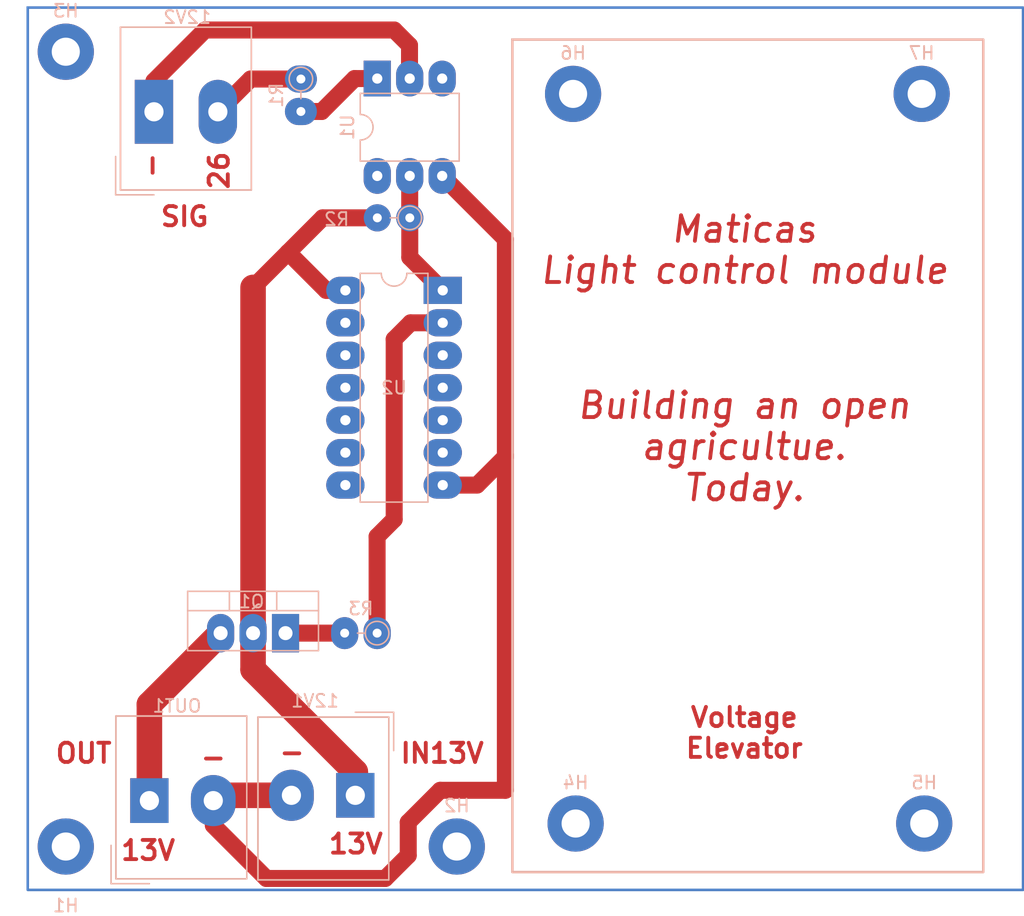
<source format=kicad_pcb>
(kicad_pcb (version 20211014) (generator pcbnew)
  (layers (0 "F.Cu" signal) (31 "B.Cu" signal) (34 "B.Paste" user) (35 "F.Paste" user) (36 "B.SilkS" user "B.Silkscreen") (37 "F.SilkS" user "F.Silkscreen") (38 "B.Mask" user) (39 "F.Mask" user) (44 "Edge.Cuts" user))
  (net 0 "")
  (net 1 "12v")
  (net 2 "GND12V")
  (net 3 "Net-(OUT1-Pad1)")
  (net 4 "Net-(Q1-Pad1)")
  (net 5 "D26")
  (net 6 "Net-(R1-Pad2)")
  (net 7 "Net-(R2-Pad1)")
  (net 8 "Net-(R3-Pad1)")
  (net 19 "GND SIG")
  (footprint "MountingHole:MountingHole_2.2mm_M2_Pad" (layer "B.Cu") (at 61.28581 55.8 180)
    (fp_text reference "H3" (at 0 3.2) (layer "B.SilkS") (effects (justify mirror)))
    (fp_text value "MountingHole")
    (pad "1" thru_hole circle (at 0 0 180) (size 4.4 4.4) (drill 2.2) (layers *.Cu *.Mask))
  )
  (footprint "TerminalBlock_Altech:Altech_AK300_1x02_P5.00mm_45-Degree" (layer "B.Cu") (at 83.94331 113.9925 180)
    (fp_text reference "12V1" (at 3.1575 7.3925) (layer "B.SilkS") (effects (justify mirror)))
    (fp_text value "Screw_Terminal_01x02")
    (fp_line (start -2.62 -6.62) (end 7.62 -6.62) (layer "B.SilkS") (width 0.12))
    (fp_line (start -2.62 6.12) (end -2.62 -6.62) (layer "B.SilkS") (width 0.12))
    (fp_line (start -2.62 -6.62) (end 7.62 -6.62) (layer "B.SilkS") (width 0.12))
    (fp_line (start -2.62 6.12) (end -2.62 -6.62) (layer "B.SilkS") (width 0.12))
    (fp_line (start -3 6.5) (end 0 6.5) (layer "B.SilkS") (width 0.12))
    (fp_line (start -2.62 6.12) (end 7.62 6.12) (layer "B.SilkS") (width 0.12))
    (fp_line (start 7.62 6.12) (end 7.62 -6.62) (layer "B.SilkS") (width 0.12))
    (fp_line (start -3 3.5) (end -3 6.5) (layer "B.SilkS") (width 0.12))
    (fp_line (start 7.62 6.12) (end 7.62 -6.62) (layer "B.SilkS") (width 0.12))
    (fp_line (start -2.62 6.12) (end 7.62 6.12) (layer "B.SilkS") (width 0.12))
    (pad "1" thru_hole rect (at 0 0 180) (size 3 3.5) (drill 1.5) (layers *.Cu *.Mask) (net 1 "12v"))
    (pad "2" thru_hole oval (at 5 0 180) (size 3.5 4) (drill 1.5) (layers *.Cu *.Mask) (net 2 "GND12V"))
  )
  (footprint "MountingHole:MountingHole_2.2mm_M2_Pad" (layer "B.Cu") (at 128.26581 59.1 180)
    (fp_text reference "H7" (at 0 3.2) (layer "B.SilkS") (effects (justify mirror)))
    (fp_text value "MountingHole")
    (pad "1" thru_hole circle (at 0 0 180) (size 4.4 4.4) (drill 2.2) (layers *.Cu *.Mask))
  )
  (footprint "Package_TO_SOT_THT:TO-220-3_Vertical" (layer "B.Cu") (at 78.48156 101.3 180)
    (fp_text reference "Q1" (at 2.667 2.469) (layer "B.SilkS") (effects (justify mirror)))
    (fp_text value "TIP122")
    (fp_line (start 7.66 3.27) (end 7.66 -1.371) (layer "B.SilkS") (width 0.12))
    (fp_line (start -2.58 1.76) (end 7.66 1.76) (layer "B.SilkS") (width 0.12))
    (fp_line (start -2.58 3.27) (end -2.58 -1.371) (layer "B.SilkS") (width 0.12))
    (fp_line (start -2.58 -1.371) (end 7.66 -1.371) (layer "B.SilkS") (width 0.12))
    (fp_line (start -2.58 3.27) (end 7.66 3.27) (layer "B.SilkS") (width 0.12))
    (fp_line (start 4.391 3.27) (end 4.391 1.76) (layer "B.SilkS") (width 0.12))
    (fp_line (start 0.69 3.27) (end 0.69 1.76) (layer "B.SilkS") (width 0.12))
    (pad "1" thru_hole rect (at 0 0 180) (size 2.125 3) (drill 1.1) (layers *.Cu *.Mask) (net 4 "Net-(Q1-Pad1)"))
    (pad "2" thru_hole oval (at 2.54 0 180) (size 2.125 3) (drill 1.1) (layers *.Cu *.Mask) (net 1 "12v"))
    (pad "3" thru_hole oval (at 5.08 0 180) (size 2.125 3) (drill 1.1) (layers *.Cu *.Mask) (net 3 "Net-(OUT1-Pad1)"))
  )
  (footprint "MountingHole:MountingHole_2.2mm_M2_Pad" (layer "B.Cu") (at 128.46581 116.2 180)
    (fp_text reference "H5" (at 0 3.2) (layer "B.SilkS") (effects (justify mirror)))
    (fp_text value "MountingHole")
    (pad "1" thru_hole circle (at 0 0 180) (size 4.4 4.4) (drill 2.2) (layers *.Cu *.Mask))
  )
  (footprint "Resistor_THT:R_Axial_DIN0204_L3.6mm_D1.6mm_P2.54mm_Vertical" (layer "B.Cu") (at 79.68581 57.93625 -90)
    (fp_text reference "R1" (at 1.27 1.92 90) (layer "B.SilkS") (effects (justify mirror)))
    (fp_text value "100")
    (fp_line (start 0.92 0) (end 1.54 0) (layer "B.SilkS") (width 0.12))
    (fp_circle (center 0 0) (end 0.92 0) (layer "B.SilkS") (width 0.12) (fill none))
    (pad "1" thru_hole oval (at 0 0 270) (size 2.125 2.5) (drill 0.7) (layers *.Cu *.Mask) (net 5 "D26"))
    (pad "2" thru_hole oval (at 2.54 0 270) (size 2.125 2.5) (drill 0.7) (layers *.Cu *.Mask) (net 6 "Net-(R1-Pad2)"))
  )
  (footprint "Package_DIP:DIP-14_W7.62mm" (layer "B.Cu") (at 90.78581 74.475 180)
    (fp_text reference "U2" (at 3.81 -7.625) (layer "B.SilkS") (effects (justify mirror)))
    (fp_text value "40106")
    (fp_line (start 1.16 -16.57) (end 6.46 -16.57) (layer "B.SilkS") (width 0.12))
    (fp_line (start 2.81 1.33) (end 1.16 1.33) (layer "B.SilkS") (width 0.12))
    (fp_line (start 1.16 1.33) (end 1.16 -16.57) (layer "B.SilkS") (width 0.12))
    (fp_line (start 6.46 -16.57) (end 6.46 1.33) (layer "B.SilkS") (width 0.12))
    (fp_line (start 6.46 1.33) (end 4.81 1.33) (layer "B.SilkS") (width 0.12))
    (fp_arc (start 2.81 1.33) (mid 3.81 0.33) (end 4.81 1.33) (layer "B.SilkS") (width 0.12))
    (pad "1" thru_hole rect (at 0 0 180) (size 3 2.125) (drill 0.8) (layers *.Cu *.Mask) (net 7 "Net-(R2-Pad1)"))
    (pad "2" thru_hole oval (at 0 -2.54 180) (size 3 2.125) (drill 0.8) (layers *.Cu *.Mask) (net 8 "Net-(R3-Pad1)"))
    (pad "3" thru_hole oval (at 0 -5.08 180) (size 3 2.125) (drill 0.8) (layers *.Cu *.Mask))
    (pad "4" thru_hole oval (at 0 -7.62 180) (size 3 2.125) (drill 0.8) (layers *.Cu *.Mask))
    (pad "5" thru_hole oval (at 0 -10.16 180) (size 3 2.125) (drill 0.8) (layers *.Cu *.Mask))
    (pad "6" thru_hole oval (at 0 -12.7 180) (size 3 2.125) (drill 0.8) (layers *.Cu *.Mask))
    (pad "7" thru_hole oval (at 0 -15.24 180) (size 3 2.125) (drill 0.8) (layers *.Cu *.Mask) (net 2 "GND12V"))
    (pad "8" thru_hole oval (at 7.62 -15.24 180) (size 3 2.125) (drill 0.8) (layers *.Cu *.Mask))
    (pad "9" thru_hole oval (at 7.62 -12.7 180) (size 3 2.125) (drill 0.8) (layers *.Cu *.Mask))
    (pad "10" thru_hole oval (at 7.62 -10.16 180) (size 3 2.125) (drill 0.8) (layers *.Cu *.Mask))
    (pad "11" thru_hole oval (at 7.62 -7.62 180) (size 3 2.125) (drill 0.8) (layers *.Cu *.Mask))
    (pad "12" thru_hole oval (at 7.62 -5.08 180) (size 3 2.125) (drill 0.8) (layers *.Cu *.Mask))
    (pad "13" thru_hole oval (at 7.62 -2.54 180) (size 3 2.125) (drill 0.8) (layers *.Cu *.Mask))
    (pad "14" thru_hole oval (at 7.62 0 180) (size 3 2.125) (drill 0.8) (layers *.Cu *.Mask) (net 1 "12v"))
  )
  (footprint "MountingHole:MountingHole_2.2mm_M2_Pad" (layer "B.Cu") (at 61.28581 118 180)
    (fp_text reference "H1" (at -0.001 -4.622) (layer "B.SilkS") (effects (justify mirror)))
    (fp_text value "MountingHole")
    (pad "1" thru_hole circle (at 0 0 180) (size 4.4 4.4) (drill 2.2) (layers *.Cu *.Mask))
  )
  (footprint "MountingHole:MountingHole_2.2mm_M2_Pad" (layer "B.Cu") (at 91.88581 118 180)
    (fp_text reference "H2" (at 0 3.2) (layer "B.SilkS") (effects (justify mirror)))
    (fp_text value "MountingHole")
    (pad "1" thru_hole circle (at 0 0 180) (size 4.4 4.4) (drill 2.2) (layers *.Cu *.Mask))
  )
  (footprint "Resistor_THT:R_Axial_DIN0204_L3.6mm_D1.6mm_P2.54mm_Vertical" (layer "B.Cu") (at 85.64956 101.3 180)
    (fp_text reference "R3" (at 1.27 1.92) (layer "B.SilkS") (effects (justify mirror)))
    (fp_text value "10")
    (fp_line (start 0.92 0) (end 1.54 0) (layer "B.SilkS") (width 0.12))
    (fp_circle (center 0 0) (end 0.92 0) (layer "B.SilkS") (width 0.12) (fill none))
    (pad "1" thru_hole oval (at 0 0 180) (size 2.125 2.5) (drill 0.7) (layers *.Cu *.Mask) (net 8 "Net-(R3-Pad1)"))
    (pad "2" thru_hole oval (at 2.54 0 180) (size 2.125 2.5) (drill 0.7) (layers *.Cu *.Mask) (net 4 "Net-(Q1-Pad1)"))
  )
  (footprint "MountingHole:MountingHole_2.2mm_M2_Pad" (layer "B.Cu") (at 101.18581 116.2 180)
    (fp_text reference "H4" (at 0 3.2) (layer "B.SilkS") (effects (justify mirror)))
    (fp_text value "MountingHole")
    (pad "1" thru_hole circle (at 0 0 180) (size 4.4 4.4) (drill 2.2) (layers *.Cu *.Mask))
  )
  (footprint "Package_DIP:DIP-6_W7.62mm" (layer "B.Cu") (at 85.66081 57.9 -90)
    (fp_text reference "U1" (at 3.81 2.33 90) (layer "B.SilkS") (effects (justify mirror)))
    (fp_text value "4N25")
    (fp_line (start 1.16 -6.41) (end 6.46 -6.41) (layer "B.SilkS") (width 0.12))
    (fp_line (start 2.81 1.33) (end 1.16 1.33) (layer "B.SilkS") (width 0.12))
    (fp_line (start 1.16 1.33) (end 1.16 -6.41) (layer "B.SilkS") (width 0.12))
    (fp_line (start 6.46 -6.41) (end 6.46 1.33) (layer "B.SilkS") (width 0.12))
    (fp_line (start 6.46 1.33) (end 4.81 1.33) (layer "B.SilkS") (width 0.12))
    (fp_arc (start 2.81 1.33) (mid 3.81 0.33) (end 4.81 1.33) (layer "B.SilkS") (width 0.12))
    (pad "1" thru_hole rect (at 0 0 270) (size 2.8 2.125) (drill 0.8) (layers *.Cu *.Mask) (net 6 "Net-(R1-Pad2)"))
    (pad "2" thru_hole oval (at 0 -2.54 270) (size 2.8 2.125) (drill 0.8) (layers *.Cu *.Mask) (net 19 "GND SIG"))
    (pad "3" thru_hole oval (at 0 -5.08 270) (size 2.8 2.125) (drill 0.8) (layers *.Cu *.Mask))
    (pad "4" thru_hole oval (at 7.62 -5.08 270) (size 2.8 2.125) (drill 0.8) (layers *.Cu *.Mask) (net 2 "GND12V"))
    (pad "5" thru_hole oval (at 7.62 -2.54 270) (size 2.8 2.125) (drill 0.8) (layers *.Cu *.Mask) (net 7 "Net-(R2-Pad1)"))
    (pad "6" thru_hole oval (at 7.62 0 270) (size 2.8 2.125) (drill 0.8) (layers *.Cu *.Mask))
  )
  (footprint "Resistor_THT:R_Axial_DIN0204_L3.6mm_D1.6mm_P2.54mm_Vertical" (layer "B.Cu") (at 88.20581 68.8 180)
    (fp_text reference "R2" (at 5.72 -0.1) (layer "B.SilkS") (effects (justify mirror)))
    (fp_text value "10k")
    (fp_line (start 0.92 0) (end 1.54 0) (layer "B.SilkS") (width 0.12))
    (fp_circle (center 0 0) (end 0.92 0) (layer "B.SilkS") (width 0.12) (fill none))
    (pad "1" thru_hole circle (at 0 0 180) (size 2.125 2.125) (drill 0.7) (layers *.Cu *.Mask) (net 7 "Net-(R2-Pad1)"))
    (pad "2" thru_hole oval (at 2.54 0 180) (size 2.125 2.125) (drill 0.7) (layers *.Cu *.Mask) (net 1 "12v"))
  )
  (footprint "TerminalBlock_Altech:Altech_AK300_1x02_P5.00mm_45-Degree" (layer "B.Cu") (at 67.82831 114.4075)
    (fp_text reference "OUT1" (at 2.1575 -7.4075) (layer "B.SilkS") (effects (justify mirror)))
    (fp_text value "Screw_Terminal_01x02")
    (fp_line (start -2.62 6.12) (end 7.62 6.12) (layer "B.SilkS") (width 0.12))
    (fp_line (start -2.62 6.12) (end -2.62 -6.62) (layer "B.SilkS") (width 0.12))
    (fp_line (start 7.62 6.12) (end 7.62 -6.62) (layer "B.SilkS") (width 0.12))
    (fp_line (start -3 6.5) (end 0 6.5) (layer "B.SilkS") (width 0.12))
    (fp_line (start -2.62 6.12) (end 7.62 6.12) (layer "B.SilkS") (width 0.12))
    (fp_line (start -2.62 -6.62) (end 7.62 -6.62) (layer "B.SilkS") (width 0.12))
    (fp_line (start -2.62 -6.62) (end 7.62 -6.62) (layer "B.SilkS") (width 0.12))
    (fp_line (start 7.62 6.12) (end 7.62 -6.62) (layer "B.SilkS") (width 0.12))
    (fp_line (start -3 3.5) (end -3 6.5) (layer "B.SilkS") (width 0.12))
    (fp_line (start -2.62 6.12) (end -2.62 -6.62) (layer "B.SilkS") (width 0.12))
    (pad "1" thru_hole rect (at 0 0) (size 3 3.5) (drill 1.5) (layers *.Cu *.Mask) (net 3 "Net-(OUT1-Pad1)"))
    (pad "2" thru_hole oval (at 5 0) (size 3.5 4) (drill 1.5) (layers *.Cu *.Mask) (net 2 "GND12V"))
  )
  (footprint "TerminalBlock_Altech:Altech_AK300_1x02_P5.00mm_45-Degree" (layer "B.Cu") (at 68.18581 60.5)
    (fp_text reference "12V2" (at 2.6 -7.4) (layer "B.SilkS") (effects (justify mirror)))
    (fp_text value "Screw_Terminal_01x02")
    (fp_line (start -2.62 6.12) (end -2.62 -6.62) (layer "B.SilkS") (width 0.12))
    (fp_line (start 7.62 6.12) (end 7.62 -6.62) (layer "B.SilkS") (width 0.12))
    (fp_line (start -2.62 -6.62) (end 7.62 -6.62) (layer "B.SilkS") (width 0.12))
    (fp_line (start -2.62 6.12) (end 7.62 6.12) (layer "B.SilkS") (width 0.12))
    (fp_line (start -2.62 -6.62) (end 7.62 -6.62) (layer "B.SilkS") (width 0.12))
    (fp_line (start 7.62 6.12) (end 7.62 -6.62) (layer "B.SilkS") (width 0.12))
    (fp_line (start -3 3.5) (end -3 6.5) (layer "B.SilkS") (width 0.12))
    (fp_line (start -2.62 6.12) (end -2.62 -6.62) (layer "B.SilkS") (width 0.12))
    (fp_line (start -3 6.5) (end 0 6.5) (layer "B.SilkS") (width 0.12))
    (fp_line (start -2.62 6.12) (end 7.62 6.12) (layer "B.SilkS") (width 0.12))
    (pad "1" thru_hole rect (at 0 0) (size 3 5) (drill 1.5) (layers *.Cu *.Mask) (net 19 "GND SIG"))
    (pad "2" thru_hole oval (at 5 0) (size 3 5) (drill 1.5) (layers *.Cu *.Mask) (net 5 "D26"))
  )
  (footprint "MountingHole:MountingHole_2.2mm_M2_Pad" (layer "B.Cu") (at 100.98581 59.1 180)
    (fp_text reference "H6" (at 0 3.2) (layer "B.SilkS") (effects (justify mirror)))
    (fp_text value "MountingHole")
    (pad "1" thru_hole circle (at 0 0 180) (size 4.4 4.4) (drill 2.2) (layers *.Cu *.Mask))
  )
  (gr_rect (start 136.19881 121.396) (end 58.30981 52.346) (layer "B.Cu") (width 0.2) (fill none))
  (gr_rect (start 96.23581 120) (end 133.08581 54.85) (layer "B.SilkS") (width 0.2) (fill none))
  (gr_text "IN13V\n" (at 90.74331 110.7) (layer "F.Cu") (effects (font (size 1.5 1.5) (thickness 0.3))))
  (gr_text "Voltage\nElevator" (at 114.38581 109.1) (layer "F.Cu") (effects (font (size 1.5 1.5) (thickness 0.3))))
  (gr_text "13V" (at 67.72831 118.3075) (layer "F.Cu") (effects (font (size 1.5 1.5) (thickness 0.3))))
  (gr_text "OUT" (at 62.68581 110.7) (layer "F.Cu") (effects (font (size 1.5 1.5) (thickness 0.3))))
  (gr_text "-" (at 72.82831 111.0075) (layer "F.Cu") (effects (font (size 1.5 1.5) (thickness 0.3))))
  (gr_text "-" (at 68.18581 64.7 -90) (layer "F.Cu") (effects (font (size 1.5 1.5) (thickness 0.3))))
  (gr_text "13V" (at 83.98581 117.8) (layer "F.Cu") (effects (font (size 1.5 1.5) (thickness 0.3))))
  (gr_text "Building an open\nagricultue.\nToday." (at 114.38581 86.7) (layer "F.Cu") (effects (font (size 2 2) (thickness 0.3) italic)))
  (gr_text "Maticas\nLight control module" (at 114.38581 71.3) (layer "F.Cu") (effects (font (size 2 2) (thickness 0.3) italic)))
  (gr_text "-" (at 78.98581 110.6) (layer "F.Cu") (effects (font (size 1.5 1.5) (thickness 0.3))))
  (gr_text "26" (at 73.28581 65.1 -270) (layer "F.Cu") (effects (font (size 1.5 1.5) (thickness 0.3))))
  (gr_text "SIG" (at 70.58581 68.7) (layer "F.Cu") (effects (font (size 1.5 1.5) (thickness 0.3))))
  (segment (start 81.38581 68.8) (end 85.66581 68.8) (width 1.33) (layer "F.Cu") (net 1))
  (segment (start 83.16581 74.475) (end 81.66081 74.475) (width 1.33) (layer "F.Cu") (net 1))
  (segment (start 83.94331 113.9925) (end 83.94331 112.1575) (width 2) (layer "F.Cu") (net 1))
  (segment (start 75.94156 104.15575) (end 75.94156 74.24425) (width 2) (layer "F.Cu") (net 1))
  (segment (start 75.94156 74.24425) (end 78.68581 71.5) (width 1.33) (layer "F.Cu") (net 1))
  (segment (start 83.94331 112.1575) (end 75.94156 104.15575) (width 2) (layer "F.Cu") (net 1))
  (segment (start 81.66081 74.475) (end 78.68581 71.5) (width 1.33) (layer "F.Cu") (net 1))
  (segment (start 78.68581 71.5) (end 81.38581 68.8) (width 1.33) (layer "F.Cu") (net 1))
  (segment (start 88.08581 118.7) (end 88.08581 116.1) (width 1.33) (layer "F.Cu") (net 2))
  (segment (start 73.24331 113.9925) (end 72.82831 114.4075) (width 1.33) (layer "F.Cu") (net 2))
  (segment (start 86.28581 120.5) (end 88.08581 118.7) (width 1.33) (layer "F.Cu") (net 2))
  (segment (start 90.58581 113.6) (end 95.68581 113.6) (width 1.33) (layer "F.Cu") (net 2))
  (segment (start 95.68581 70.465) (end 90.74081 65.52) (width 1.33) (layer "F.Cu") (net 2))
  (segment (start 90.78581 89.715) (end 93.47081 89.715) (width 1.33) (layer "F.Cu") (net 2))
  (segment (start 76.98581 120.5) (end 86.28581 120.5) (width 1.33) (layer "F.Cu") (net 2))
  (segment (start 78.94331 113.9925) (end 73.24331 113.9925) (width 2) (layer "F.Cu") (net 2))
  (segment (start 72.89331 113.9925) (end 72.88581 114) (width 2.125) (layer "F.Cu") (net 2))
  (segment (start 95.68581 87.4) (end 95.68581 70.465) (width 1.33) (layer "F.Cu") (net 2))
  (segment (start 88.08581 116.1) (end 90.58581 113.6) (width 1.33) (layer "F.Cu") (net 2))
  (segment (start 95.68581 113.6) (end 95.68581 87.4) (width 1.33) (layer "F.Cu") (net 2))
  (segment (start 95.68581 87.5) (end 95.68581 87.4) (width 1.33) (layer "F.Cu") (net 2))
  (segment (start 93.47081 89.715) (end 95.68581 87.5) (width 1.33) (layer "F.Cu") (net 2))
  (segment (start 72.82831 116.3425) (end 76.98581 120.5) (width 1.33) (layer "F.Cu") (net 2))
  (segment (start 73.40156 101.3) (end 73.40156 101.61575) (width 1.33) (layer "F.Cu") (net 3))
  (segment (start 67.82831 114.4075) (end 67.82831 106.87325) (width 2) (layer "F.Cu") (net 3))
  (segment (start 67.82831 106.87325) (end 73.40156 101.3) (width 2) (layer "F.Cu") (net 3))
  (segment (start 83.10956 101.3) (end 78.48156 101.3) (width 1.33) (layer "F.Cu") (net 4))
  (segment (start 79.68581 57.93625) (end 75.74956 57.93625) (width 1.33) (layer "F.Cu") (net 5))
  (segment (start 75.74956 57.93625) (end 73.18581 60.5) (width 1.33) (layer "F.Cu") (net 5))
  (segment (start 79.68581 60.47625) (end 81.30956 60.47625) (width 1.33) (layer "F.Cu") (net 6))
  (segment (start 81.30956 60.47625) (end 83.88581 57.9) (width 1.33) (layer "F.Cu") (net 6))
  (segment (start 83.88581 57.9) (end 85.66081 57.9) (width 1.33) (layer "F.Cu") (net 6))
  (segment (start 88.20081 68.795) (end 88.20581 68.8) (width 1.33) (layer "F.Cu") (net 7))
  (segment (start 88.20081 65.52) (end 88.20081 68.795) (width 1.33) (layer "F.Cu") (net 7))
  (segment (start 88.20581 71.895) (end 90.78581 74.475) (width 1.33) (layer "F.Cu") (net 7))
  (segment (start 88.20581 68.8) (end 88.20581 71.895) (width 1.33) (layer "F.Cu") (net 7))
  (segment (start 85.64956 101.3) (end 85.64956 93.73625) (width 1.33) (layer "F.Cu") (net 8))
  (segment (start 86.98581 92.4) (end 86.98581 78.3) (width 1.33) (layer "F.Cu") (net 8))
  (segment (start 88.27081 77.015) (end 90.78581 77.015) (width 1.33) (layer "F.Cu") (net 8))
  (segment (start 85.64956 93.73625) (end 86.98581 92.4) (width 1.33) (layer "F.Cu") (net 8))
  (segment (start 86.98581 78.3) (end 88.27081 77.015) (width 1.33) (layer "F.Cu") (net 8))
  (segment (start 68.18581 58.1) (end 72.18581 54.1) (width 1.33) (layer "F.Cu") (net 19))
  (segment (start 88.18581 55.3) (end 88.18581 57.885) (width 1.33) (layer "F.Cu") (net 19))
  (segment (start 88.18581 57.885) (end 88.20081 57.9) (width 1.33) (layer "F.Cu") (net 19))
  (segment (start 68.18581 60.5) (end 68.18581 58.1) (width 1.33) (layer "F.Cu") (net 19))
  (segment (start 86.98581 54.1) (end 88.18581 55.3) (width 1.33) (layer "F.Cu") (net 19))
  (segment (start 72.18581 54.1) (end 86.98581 54.1) (width 1.33) (layer "F.Cu") (net 19))
  (segment (start 68.08581 60.6) (end 68.18581 60.5) (width 1.33) (layer "F.Cu") (net 19))
)
</source>
